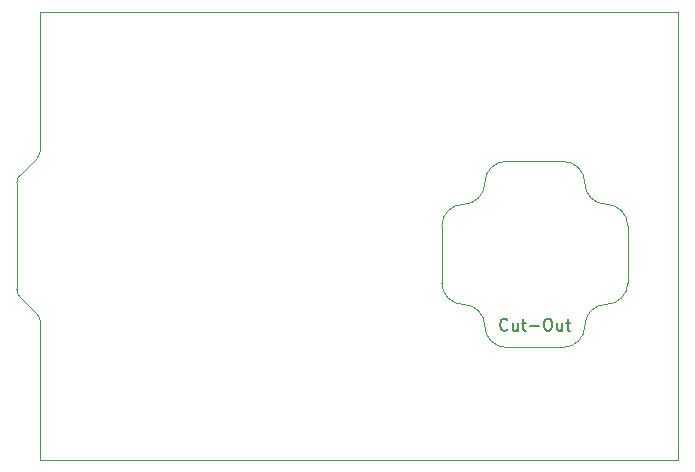
<source format=gm1>
G04 #@! TF.GenerationSoftware,KiCad,Pcbnew,(5.1.9)-1*
G04 #@! TF.CreationDate,2021-03-02T11:46:35-05:00*
G04 #@! TF.ProjectId,Canary,43616e61-7279-42e6-9b69-6361645f7063,rev?*
G04 #@! TF.SameCoordinates,Original*
G04 #@! TF.FileFunction,Profile,NP*
%FSLAX46Y46*%
G04 Gerber Fmt 4.6, Leading zero omitted, Abs format (unit mm)*
G04 Created by KiCad (PCBNEW (5.1.9)-1) date 2021-03-02 11:46:35*
%MOMM*%
%LPD*%
G01*
G04 APERTURE LIST*
G04 #@! TA.AperFunction,Profile*
%ADD10C,0.050000*%
G04 #@! TD*
G04 #@! TA.AperFunction,Profile*
%ADD11C,0.120000*%
G04 #@! TD*
%ADD12C,0.150000*%
G04 APERTURE END LIST*
D10*
X118000000Y-104307107D02*
X118000000Y-116000000D01*
X118000000Y-78000000D02*
X118000000Y-89692893D01*
X117707107Y-90400000D02*
G75*
G03*
X118000000Y-89692893I-707107J707107D01*
G01*
X116292893Y-91802893D02*
G75*
G03*
X116000000Y-92510000I707107J-707107D01*
G01*
X117707107Y-90400000D02*
X116292893Y-91802893D01*
X117707107Y-103600000D02*
X116292893Y-102197107D01*
X116292893Y-102197107D02*
G75*
G02*
X116000000Y-101490000I707107J707107D01*
G01*
X117707107Y-103600000D02*
G75*
G02*
X118000000Y-104307107I-707107J-707107D01*
G01*
X116000000Y-92510000D02*
X116000000Y-101490000D01*
X172000000Y-78000000D02*
X118000000Y-78000000D01*
X172000000Y-116000000D02*
X172000000Y-78000000D01*
X118000000Y-116000000D02*
X172000000Y-116000000D01*
D11*
X167725000Y-98550000D02*
X167725000Y-96135000D01*
X162265000Y-90675000D02*
X159850000Y-90675000D01*
X159850000Y-90675000D02*
X157435000Y-90675000D01*
X151975000Y-96135000D02*
X151975000Y-98550000D01*
X151975000Y-98550000D02*
X151975000Y-100965000D01*
X157435000Y-106425000D02*
X159850000Y-106425000D01*
X159850000Y-106425000D02*
X162265000Y-106425000D01*
X167725000Y-100965000D02*
X167725000Y-98550000D01*
X164085000Y-104605000D02*
G75*
G02*
X162265000Y-106425000I-1820000J0D01*
G01*
X165905000Y-102785000D02*
G75*
G03*
X164085000Y-104605000I0J-1820000D01*
G01*
X167725000Y-100965000D02*
G75*
G02*
X165905000Y-102785000I-1820000J0D01*
G01*
X153795000Y-102785000D02*
G75*
G02*
X151975000Y-100965000I0J1820000D01*
G01*
X155615000Y-104605000D02*
G75*
G03*
X153795000Y-102785000I-1820000J0D01*
G01*
X157435000Y-106425000D02*
G75*
G02*
X155615000Y-104605000I0J1820000D01*
G01*
X155615000Y-92495000D02*
G75*
G02*
X157435000Y-90675000I1820000J0D01*
G01*
X153795000Y-94315000D02*
G75*
G03*
X155615000Y-92495000I0J1820000D01*
G01*
X151975000Y-96135000D02*
G75*
G02*
X153795000Y-94315000I1820000J0D01*
G01*
X162265000Y-90675000D02*
G75*
G02*
X164085000Y-92495000I0J-1820000D01*
G01*
X164085000Y-92495000D02*
G75*
G03*
X165905000Y-94315000I1820000J0D01*
G01*
X165905000Y-94315000D02*
G75*
G02*
X167725000Y-96135000I0J-1820000D01*
G01*
D12*
X157540476Y-104907142D02*
X157492857Y-104954761D01*
X157350000Y-105002380D01*
X157254761Y-105002380D01*
X157111904Y-104954761D01*
X157016666Y-104859523D01*
X156969047Y-104764285D01*
X156921428Y-104573809D01*
X156921428Y-104430952D01*
X156969047Y-104240476D01*
X157016666Y-104145238D01*
X157111904Y-104050000D01*
X157254761Y-104002380D01*
X157350000Y-104002380D01*
X157492857Y-104050000D01*
X157540476Y-104097619D01*
X158397619Y-104335714D02*
X158397619Y-105002380D01*
X157969047Y-104335714D02*
X157969047Y-104859523D01*
X158016666Y-104954761D01*
X158111904Y-105002380D01*
X158254761Y-105002380D01*
X158350000Y-104954761D01*
X158397619Y-104907142D01*
X158730952Y-104335714D02*
X159111904Y-104335714D01*
X158873809Y-104002380D02*
X158873809Y-104859523D01*
X158921428Y-104954761D01*
X159016666Y-105002380D01*
X159111904Y-105002380D01*
X159445238Y-104621428D02*
X160207142Y-104621428D01*
X160873809Y-104002380D02*
X161064285Y-104002380D01*
X161159523Y-104050000D01*
X161254761Y-104145238D01*
X161302380Y-104335714D01*
X161302380Y-104669047D01*
X161254761Y-104859523D01*
X161159523Y-104954761D01*
X161064285Y-105002380D01*
X160873809Y-105002380D01*
X160778571Y-104954761D01*
X160683333Y-104859523D01*
X160635714Y-104669047D01*
X160635714Y-104335714D01*
X160683333Y-104145238D01*
X160778571Y-104050000D01*
X160873809Y-104002380D01*
X162159523Y-104335714D02*
X162159523Y-105002380D01*
X161730952Y-104335714D02*
X161730952Y-104859523D01*
X161778571Y-104954761D01*
X161873809Y-105002380D01*
X162016666Y-105002380D01*
X162111904Y-104954761D01*
X162159523Y-104907142D01*
X162492857Y-104335714D02*
X162873809Y-104335714D01*
X162635714Y-104002380D02*
X162635714Y-104859523D01*
X162683333Y-104954761D01*
X162778571Y-105002380D01*
X162873809Y-105002380D01*
M02*

</source>
